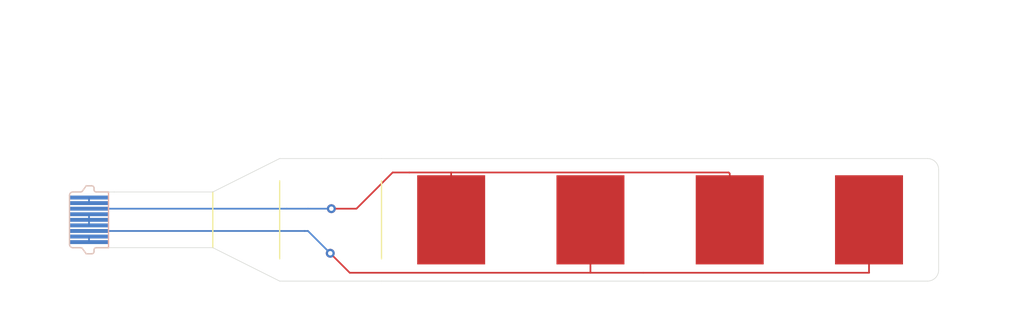
<source format=kicad_pcb>
(kicad_pcb (version 20171130) (host pcbnew "(5.1.5-0-10_14)")

  (general
    (thickness 0.1016)
    (drawings 41)
    (tracks 28)
    (zones 0)
    (modules 9)
    (nets 6)
  )

  (page A4)
  (layers
    (0 F.Cu signal)
    (31 B.Cu signal)
    (32 B.Adhes user)
    (33 F.Adhes user)
    (34 B.Paste user)
    (35 F.Paste user)
    (36 B.SilkS user)
    (37 F.SilkS user)
    (38 B.Mask user)
    (39 F.Mask user)
    (40 Dwgs.User user)
    (41 Cmts.User user)
    (42 Eco1.User user)
    (43 Eco2.User user)
    (44 Edge.Cuts user)
    (45 Margin user)
    (46 B.CrtYd user)
    (47 F.CrtYd user)
    (48 B.Fab user)
    (49 F.Fab user hide)
  )

  (setup
    (last_trace_width 0.1524)
    (trace_clearance 0.1524)
    (zone_clearance 0.508)
    (zone_45_only no)
    (trace_min 0.1524)
    (via_size 0.8)
    (via_drill 0.4)
    (via_min_size 0.4)
    (via_min_drill 0.3)
    (uvia_size 0.3)
    (uvia_drill 0.1)
    (uvias_allowed no)
    (uvia_min_size 0.2)
    (uvia_min_drill 0.1)
    (edge_width 0.05)
    (segment_width 0.2)
    (pcb_text_width 0.3)
    (pcb_text_size 1.5 1.5)
    (mod_edge_width 0.12)
    (mod_text_size 1 1)
    (mod_text_width 0.15)
    (pad_size 1.524 1.524)
    (pad_drill 0.762)
    (pad_to_mask_clearance 0.051)
    (solder_mask_min_width 0.25)
    (aux_axis_origin 0 0)
    (visible_elements FFFFFF7F)
    (pcbplotparams
      (layerselection 0x010f0_ffffffff)
      (usegerberextensions false)
      (usegerberattributes false)
      (usegerberadvancedattributes false)
      (creategerberjobfile false)
      (excludeedgelayer true)
      (linewidth 0.100000)
      (plotframeref false)
      (viasonmask false)
      (mode 1)
      (useauxorigin false)
      (hpglpennumber 1)
      (hpglpenspeed 20)
      (hpglpendiameter 15.000000)
      (psnegative false)
      (psa4output false)
      (plotreference true)
      (plotvalue true)
      (plotinvisibletext false)
      (padsonsilk false)
      (subtractmaskfromsilk false)
      (outputformat 1)
      (mirror false)
      (drillshape 0)
      (scaleselection 1)
      (outputdirectory "Gerbers/"))
  )

  (net 0 "")
  (net 1 /EXCB)
  (net 2 /EXCA)
  (net 3 "Net-(J1-Pad1)")
  (net 4 "Net-(J1-Pad4)")
  (net 5 "Net-(J1-Pad8)")

  (net_class Default "This is the default net class."
    (clearance 0.1524)
    (trace_width 0.1524)
    (via_dia 0.8)
    (via_drill 0.4)
    (uvia_dia 0.3)
    (uvia_drill 0.1)
    (add_net /EXCA)
    (add_net /EXCB)
    (add_net "Net-(J1-Pad1)")
    (add_net "Net-(J1-Pad4)")
    (add_net "Net-(J1-Pad8)")
  )

  (module MountingHole:MountingHole_2.1mm (layer F.Cu) (tedit 5B924765) (tstamp 5F3F9D90)
    (at 109.06 64.5)
    (descr "Mounting Hole 2.1mm, no annular")
    (tags "mounting hole 2.1mm no annular")
    (path /5F3CE2CD)
    (attr virtual)
    (fp_text reference H1 (at 0 -3.2) (layer F.SilkS) hide
      (effects (font (size 1 1) (thickness 0.15)))
    )
    (fp_text value MountingHole (at 0 3.2) (layer F.Fab)
      (effects (font (size 1 1) (thickness 0.15)))
    )
    (fp_text user %R (at 0.3 0) (layer F.Fab)
      (effects (font (size 1 1) (thickness 0.15)))
    )
    (fp_circle (center 0 0) (end 2.1 0) (layer Cmts.User) (width 0.15))
    (fp_circle (center 0 0) (end 2.35 0) (layer F.CrtYd) (width 0.05))
    (pad "" np_thru_hole circle (at 0 0) (size 2.1 2.1) (drill 2.1) (layers *.Cu *.Mask))
  )

  (module Molex_FPC:Molex_5051100992_edge (layer B.Cu) (tedit 5F3DFBAF) (tstamp 5F3F99D5)
    (at 91.5 67.5 270)
    (path /5F67C21C)
    (fp_text reference J1 (at 0 -0.75 270) (layer B.SilkS) hide
      (effects (font (size 1 1) (thickness 0.15)) (justify mirror))
    )
    (fp_text value Conn_01x09 (at -0.26 8.89 270) (layer B.Fab)
      (effects (font (size 1 1) (thickness 0.15)) (justify mirror))
    )
    (fp_line (start -2.2 3.5) (end 2.2 3.5) (layer B.SilkS) (width 0.12))
    (fp_line (start -2.5 3.2) (end -2.5 2.5) (layer B.SilkS) (width 0.12))
    (fp_line (start 2.5 3.2) (end 2.5 2.5) (layer B.SilkS) (width 0.12))
    (fp_line (start -2.558579 2.358579) (end -3.05 2) (layer B.SilkS) (width 0.12))
    (fp_line (start 2.558579 2.358579) (end 3.05 2) (layer B.SilkS) (width 0.12))
    (fp_line (start -3.05 2) (end -3.05 1.5) (layer B.SilkS) (width 0.12))
    (fp_line (start 3.05 2) (end 3.05 1.5) (layer B.SilkS) (width 0.12))
    (fp_line (start -2.85 1.3) (end -2.7 1.3) (layer B.SilkS) (width 0.12))
    (fp_line (start 2.85 1.3) (end 2.7 1.3) (layer B.SilkS) (width 0.12))
    (fp_line (start -2.5 1.1) (end -2.5 0) (layer B.SilkS) (width 0.12))
    (fp_line (start -2.5 0) (end 2.5 0) (layer B.SilkS) (width 0.12))
    (fp_line (start 2.5 0) (end 2.5 1.1) (layer B.SilkS) (width 0.12))
    (fp_arc (start -2.85 1.5) (end -3.05 1.5) (angle 90) (layer B.SilkS) (width 0.12))
    (fp_arc (start -2.7 1.1) (end -2.5 1.1) (angle 90) (layer B.SilkS) (width 0.12))
    (fp_arc (start 2.7 1.1) (end 2.7 1.3) (angle 90) (layer B.SilkS) (width 0.12))
    (fp_arc (start 2.85 1.5) (end 2.85 1.3) (angle 90) (layer B.SilkS) (width 0.12))
    (fp_arc (start 2.7 2.5) (end 2.5 2.5) (angle 45) (layer B.SilkS) (width 0.12))
    (fp_arc (start -2.7 2.5) (end -2.5 2.5) (angle -45) (layer B.SilkS) (width 0.12))
    (fp_arc (start -2.2 3.2) (end -2.2 3.5) (angle 90) (layer B.SilkS) (width 0.12))
    (fp_arc (start 2.2 3.2) (end 2.5 3.2) (angle 90) (layer B.SilkS) (width 0.12))
    (pad 1 connect rect (at -2 1.75 270) (size 0.35 3.5) (layers B.Cu B.Mask)
      (net 3 "Net-(J1-Pad1)"))
    (pad 2 connect rect (at -1.5 1.75 270) (size 0.35 3.5) (layers B.Cu B.Mask)
      (net 3 "Net-(J1-Pad1)"))
    (pad 3 connect rect (at -1 1.75 270) (size 0.35 3.5) (layers B.Cu B.Mask)
      (net 2 /EXCA))
    (pad 4 connect rect (at -0.5 1.75 270) (size 0.35 3.5) (layers B.Cu B.Mask)
      (net 4 "Net-(J1-Pad4)"))
    (pad 5 connect rect (at 0 1.75 270) (size 0.35 3.5) (layers B.Cu B.Mask)
      (net 4 "Net-(J1-Pad4)"))
    (pad 6 connect rect (at 0.5 1.75 270) (size 0.35 3.5) (layers B.Cu B.Mask)
      (net 4 "Net-(J1-Pad4)"))
    (pad 7 connect rect (at 1 1.75 270) (size 0.35 3.5) (layers B.Cu B.Mask)
      (net 1 /EXCB))
    (pad 8 connect rect (at 1.5 1.75 270) (size 0.35 3.5) (layers B.Cu B.Mask)
      (net 5 "Net-(J1-Pad8)"))
    (pad 9 connect rect (at 2 1.75 270) (size 0.35 3.5) (layers B.Cu B.Mask)
      (net 5 "Net-(J1-Pad8)"))
  )

  (module Pixels:Drive_6.1_8 (layer F.Cu) (tedit 5F3F36E1) (tstamp 5F3F92B9)
    (at 122.25 67.5)
    (path /5F3C4D0D)
    (fp_text reference P1 (at 0 3.8) (layer F.SilkS) hide
      (effects (font (size 1 1) (thickness 0.15)))
    )
    (fp_text value TestPoint_Flag (at 0 -3.7) (layer F.Fab)
      (effects (font (size 1 1) (thickness 0.15)))
    )
    (pad 1 smd rect (at 0 0) (size 6.1 8) (layers F.Cu)
      (net 2 /EXCA))
  )

  (module Pixels:Drive_6.1_8 (layer F.Cu) (tedit 5F3F36E1) (tstamp 5F3F92A0)
    (at 134.75 67.5)
    (path /5F3C5223)
    (fp_text reference P2 (at 0 3.8) (layer F.SilkS) hide
      (effects (font (size 1 1) (thickness 0.15)))
    )
    (fp_text value TestPoint_Flag (at 0 -3.7) (layer F.Fab)
      (effects (font (size 1 1) (thickness 0.15)))
    )
    (pad 1 smd rect (at 0 0) (size 6.1 8) (layers F.Cu)
      (net 1 /EXCB))
  )

  (module Pixels:Drive_6.1_8 (layer F.Cu) (tedit 5F3F36E1) (tstamp 5F3F9189)
    (at 147.25 67.5)
    (path /5F3C55C5)
    (fp_text reference P3 (at 0 3.8) (layer F.SilkS) hide
      (effects (font (size 1 1) (thickness 0.15)))
    )
    (fp_text value TestPoint_Flag (at 0 -3.7) (layer F.Fab)
      (effects (font (size 1 1) (thickness 0.15)))
    )
    (pad 1 smd rect (at 0 0) (size 6.1 8) (layers F.Cu)
      (net 2 /EXCA))
  )

  (module Pixels:Drive_6.1_8 (layer F.Cu) (tedit 5F3F36E1) (tstamp 5F3F947D)
    (at 159.75 67.5)
    (path /5F3C5CCA)
    (fp_text reference P4 (at 0 3.8) (layer F.SilkS) hide
      (effects (font (size 1 1) (thickness 0.15)))
    )
    (fp_text value TestPoint_Flag (at 0 -3.7) (layer F.Fab)
      (effects (font (size 1 1) (thickness 0.15)))
    )
    (pad 1 smd rect (at 0 0) (size 6.1 8) (layers F.Cu)
      (net 1 /EXCB))
  )

  (module MountingHole:MountingHole_2.1mm (layer F.Cu) (tedit 5B924765) (tstamp 5F3F9DDB)
    (at 109.06 70.5)
    (descr "Mounting Hole 2.1mm, no annular")
    (tags "mounting hole 2.1mm no annular")
    (path /5F433C25)
    (attr virtual)
    (fp_text reference H2 (at 0 -3.2) (layer F.SilkS) hide
      (effects (font (size 1 1) (thickness 0.15)))
    )
    (fp_text value MountingHole (at 0 3.2) (layer F.Fab)
      (effects (font (size 1 1) (thickness 0.15)))
    )
    (fp_text user %R (at 0.3 0) (layer F.Fab)
      (effects (font (size 1 1) (thickness 0.15)))
    )
    (fp_circle (center 0 0) (end 2.1 0) (layer Cmts.User) (width 0.15))
    (fp_circle (center 0 0) (end 2.35 0) (layer F.CrtYd) (width 0.05))
    (pad "" np_thru_hole circle (at 0 0) (size 2.1 2.1) (drill 2.1) (layers *.Cu *.Mask))
  )

  (module MountingHole:MountingHole_2.1mm (layer F.Cu) (tedit 5B924765) (tstamp 5F3F9E9B)
    (at 113.8 64.5)
    (descr "Mounting Hole 2.1mm, no annular")
    (tags "mounting hole 2.1mm no annular")
    (path /5F433E8F)
    (attr virtual)
    (fp_text reference H3 (at 0 -3.2) (layer F.SilkS) hide
      (effects (font (size 1 1) (thickness 0.15)))
    )
    (fp_text value MountingHole (at 0 3.2) (layer F.Fab)
      (effects (font (size 1 1) (thickness 0.15)))
    )
    (fp_circle (center 0 0) (end 2.35 0) (layer F.CrtYd) (width 0.05))
    (fp_circle (center 0 0) (end 2.1 0) (layer Cmts.User) (width 0.15))
    (fp_text user %R (at 0.3 0) (layer F.Fab)
      (effects (font (size 1 1) (thickness 0.15)))
    )
    (pad "" np_thru_hole circle (at 0 0) (size 2.1 2.1) (drill 2.1) (layers *.Cu *.Mask))
  )

  (module MountingHole:MountingHole_2.1mm (layer F.Cu) (tedit 5B924765) (tstamp 5F3F9DEB)
    (at 113.8 70.5)
    (descr "Mounting Hole 2.1mm, no annular")
    (tags "mounting hole 2.1mm no annular")
    (path /5F4344D3)
    (attr virtual)
    (fp_text reference H4 (at 0 -3.2) (layer F.SilkS) hide
      (effects (font (size 1 1) (thickness 0.15)))
    )
    (fp_text value MountingHole (at 0 3.2) (layer F.Fab)
      (effects (font (size 1 1) (thickness 0.15)))
    )
    (fp_text user %R (at 0.3 0) (layer F.Fab)
      (effects (font (size 1 1) (thickness 0.15)))
    )
    (fp_circle (center 0 0) (end 2.1 0) (layer Cmts.User) (width 0.15))
    (fp_circle (center 0 0) (end 2.35 0) (layer F.CrtYd) (width 0.05))
    (pad "" np_thru_hole circle (at 0 0) (size 2.1 2.1) (drill 2.1) (layers *.Cu *.Mask))
  )

  (gr_line (start 116 62) (end 106.86 62) (layer Edge.Cuts) (width 0.05))
  (gr_line (start 100.86 70) (end 92 70) (layer Edge.Cuts) (width 0.05) (tstamp 5F3F9C24))
  (gr_line (start 100.86 65) (end 92 65) (layer Edge.Cuts) (width 0.05) (tstamp 5F3F9C10))
  (dimension 4 (width 0.15) (layer Dwgs.User)
    (gr_text "4.000 mm" (at 89.86 77.49) (layer Dwgs.User)
      (effects (font (size 1 1) (thickness 0.15)))
    )
    (feature1 (pts (xy 87.86 70.02) (xy 87.86 76.776421)))
    (feature2 (pts (xy 91.86 70.02) (xy 91.86 76.776421)))
    (crossbar (pts (xy 91.86 76.19) (xy 87.86 76.19)))
    (arrow1a (pts (xy 87.86 76.19) (xy 88.986504 75.603579)))
    (arrow1b (pts (xy 87.86 76.19) (xy 88.986504 76.776421)))
    (arrow2a (pts (xy 91.86 76.19) (xy 90.733496 75.603579)))
    (arrow2b (pts (xy 91.86 76.19) (xy 90.733496 76.776421)))
  )
  (gr_line (start 91.5 70) (end 92 70) (layer Edge.Cuts) (width 0.05) (tstamp 5F3F9A16))
  (dimension 8 (width 0.12) (layer Dwgs.User) (tstamp 5F3F94CE)
    (gr_text "8.000 mm" (at 96.86 54.730001) (layer Dwgs.User) (tstamp 5F3F94CE)
      (effects (font (size 1 1) (thickness 0.15)))
    )
    (feature1 (pts (xy 92.86 65) (xy 92.86 55.41358)))
    (feature2 (pts (xy 100.86 65) (xy 100.86 55.41358)))
    (crossbar (pts (xy 100.86 56.000001) (xy 92.86 56.000001)))
    (arrow1a (pts (xy 92.86 56.000001) (xy 93.986504 55.41358)))
    (arrow1b (pts (xy 92.86 56.000001) (xy 93.986504 56.586422)))
    (arrow2a (pts (xy 100.86 56.000001) (xy 99.733496 55.41358)))
    (arrow2b (pts (xy 100.86 56.000001) (xy 99.733496 56.586422)))
  )
  (dimension 6 (width 0.12) (layer Dwgs.User)
    (gr_text "6.000 mm" (at 103.86 48.5) (layer Dwgs.User)
      (effects (font (size 1 1) (thickness 0.15)))
    )
    (feature1 (pts (xy 100.86 62) (xy 100.86 49.183579)))
    (feature2 (pts (xy 106.86 62) (xy 106.86 49.183579)))
    (crossbar (pts (xy 106.86 49.77) (xy 100.86 49.77)))
    (arrow1a (pts (xy 100.86 49.77) (xy 101.986504 49.183579)))
    (arrow1b (pts (xy 100.86 49.77) (xy 101.986504 50.356421)))
    (arrow2a (pts (xy 106.86 49.77) (xy 105.733496 49.183579)))
    (arrow2b (pts (xy 106.86 49.77) (xy 105.733496 50.356421)))
  )
  (gr_line (start 100.86 65) (end 100.86 70) (layer F.SilkS) (width 0.12) (tstamp 5F3F94C2))
  (gr_line (start 106.86 73) (end 100.86 70) (layer Edge.Cuts) (width 0.05) (tstamp 5F3F94BE))
  (gr_line (start 106.86 62) (end 100.86 65) (layer Edge.Cuts) (width 0.05) (tstamp 5F3F9C0C))
  (dimension 9.14 (width 0.12) (layer Dwgs.User)
    (gr_text "9.140 mm" (at 111.43 51.73) (layer Dwgs.User)
      (effects (font (size 1 1) (thickness 0.15)))
    )
    (feature1 (pts (xy 106.86 62) (xy 106.86 52.413579)))
    (feature2 (pts (xy 116 62) (xy 116 52.413579)))
    (crossbar (pts (xy 116 53) (xy 106.86 53)))
    (arrow1a (pts (xy 106.86 53) (xy 107.986504 52.413579)))
    (arrow1b (pts (xy 106.86 53) (xy 107.986504 53.586421)))
    (arrow2a (pts (xy 116 53) (xy 114.873496 52.413579)))
    (arrow2b (pts (xy 116 53) (xy 114.873496 53.586421)))
  )
  (gr_line (start 106.86 64) (end 106.86 71) (layer F.SilkS) (width 0.12) (tstamp 5F3F9350))
  (gr_line (start 116 73) (end 106.86 73) (layer Edge.Cuts) (width 0.05) (tstamp 5F3F9338))
  (dimension 11 (width 0.12) (layer Dwgs.User) (tstamp 5F3F9EFD)
    (gr_text "11.000 mm" (at 172.27 67.5 270) (layer Dwgs.User) (tstamp 5F3F9EFD)
      (effects (font (size 1 1) (thickness 0.15)))
    )
    (feature1 (pts (xy 166 73) (xy 171.586421 73)))
    (feature2 (pts (xy 166 62) (xy 171.586421 62)))
    (crossbar (pts (xy 171 62) (xy 171 73)))
    (arrow1a (pts (xy 171 73) (xy 170.413579 71.873496)))
    (arrow1b (pts (xy 171 73) (xy 171.586421 71.873496)))
    (arrow2a (pts (xy 171 62) (xy 170.413579 63.126504)))
    (arrow2b (pts (xy 171 62) (xy 171.586421 63.126504)))
  )
  (dimension 50 (width 0.12) (layer Dwgs.User)
    (gr_text "50.000 mm" (at 141 51.73) (layer Dwgs.User)
      (effects (font (size 1 1) (thickness 0.15)))
    )
    (feature1 (pts (xy 166 62) (xy 166 52.413579)))
    (feature2 (pts (xy 116 62) (xy 116 52.413579)))
    (crossbar (pts (xy 116 53) (xy 166 53)))
    (arrow1a (pts (xy 166 53) (xy 164.873496 53.586421)))
    (arrow1b (pts (xy 166 53) (xy 164.873496 52.413579)))
    (arrow2a (pts (xy 116 53) (xy 117.126504 53.586421)))
    (arrow2b (pts (xy 116 53) (xy 117.126504 52.413579)))
  )
  (gr_line (start 91.5 65) (end 92 65) (layer Edge.Cuts) (width 0.05) (tstamp 5F3F99B3))
  (gr_line (start 88 69.698444) (end 88 65.3) (layer Edge.Cuts) (width 0.05) (tstamp 5F3F99B0))
  (gr_arc (start 90.4 64.8) (end 90.2 64.8) (angle -90) (layer Edge.Cuts) (width 0.05) (tstamp 5F3F99AD))
  (gr_arc (start 90 64.65) (end 90.2 64.65) (angle -90) (layer Edge.Cuts) (width 0.05) (tstamp 5F3F99AA))
  (gr_arc (start 89 64.8) (end 89 65) (angle -54.46228891) (layer Edge.Cuts) (width 0.05) (tstamp 5F3F99A7))
  (gr_arc (start 90.4 70.2) (end 90.4 70) (angle -82.87498365) (layer Edge.Cuts) (width 0.05) (tstamp 5F3F99A4))
  (gr_arc (start 90 70.35) (end 90 70.55) (angle -90) (layer Edge.Cuts) (width 0.05) (tstamp 5F3F99A1))
  (gr_arc (start 89 70.2) (end 89.175 70.1) (angle -60.2551187) (layer Edge.Cuts) (width 0.05) (tstamp 5F3F999E))
  (gr_arc (start 88.3 69.698444) (end 88 69.698444) (angle -90) (layer Edge.Cuts) (width 0.05) (tstamp 5F3F999B))
  (gr_arc (start 88.3 65.3) (end 88.3 65) (angle -90) (layer Edge.Cuts) (width 0.05) (tstamp 5F3F9998))
  (gr_line (start 88.3 65) (end 89 65) (layer Edge.Cuts) (width 0.05) (tstamp 5F3F9995))
  (gr_line (start 89.5 64.45) (end 89.162747 64.916248) (layer Edge.Cuts) (width 0.05) (tstamp 5F3F9992))
  (gr_line (start 90 64.45) (end 89.5 64.45) (layer Edge.Cuts) (width 0.05) (tstamp 5F3F998F))
  (gr_line (start 90.2 64.8) (end 90.2 64.65) (layer Edge.Cuts) (width 0.05) (tstamp 5F3F998C))
  (gr_line (start 91.5 65) (end 90.4 65) (layer Edge.Cuts) (width 0.05) (tstamp 5F3F9989))
  (gr_line (start 90.4 70) (end 91.5 70) (layer Edge.Cuts) (width 0.05) (tstamp 5F3F9986))
  (gr_line (start 90.2 70.35) (end 90.201544 70.175193) (layer Edge.Cuts) (width 0.05) (tstamp 5F3F9983))
  (gr_line (start 89.5 70.55) (end 90 70.55) (layer Edge.Cuts) (width 0.05) (tstamp 5F3F9980))
  (gr_line (start 89.5 70.55) (end 89.175 70.1) (layer Edge.Cuts) (width 0.05) (tstamp 5F3F997D))
  (gr_line (start 88.3 69.998444) (end 89 69.998444) (layer Edge.Cuts) (width 0.05) (tstamp 5F3F997A))
  (gr_line (start 116 64) (end 116 71) (layer F.SilkS) (width 0.12) (tstamp 5F3F90D2))
  (gr_arc (start 165 72) (end 165 73) (angle -90) (layer Edge.Cuts) (width 0.05) (tstamp 5F3F90CF))
  (gr_arc (start 165 63) (end 166 63) (angle -90) (layer Edge.Cuts) (width 0.05) (tstamp 5F3F90CC))
  (gr_line (start 165 62) (end 116 62) (layer Edge.Cuts) (width 0.05) (tstamp 5F3F90C9))
  (gr_line (start 166 72) (end 166 63) (layer Edge.Cuts) (width 0.05) (tstamp 5F3F90C6))
  (gr_line (start 116 73) (end 165 73) (layer Edge.Cuts) (width 0.05) (tstamp 5F3F90C3))

  (segment (start 109.4 68.5) (end 111.4 70.5) (width 0.1524) (layer B.Cu) (net 1))
  (segment (start 109.1 68.5) (end 109.4 68.5) (width 0.1524) (layer B.Cu) (net 1))
  (segment (start 89.75 68.5) (end 109.1 68.5) (width 0.1524) (layer B.Cu) (net 1))
  (via (at 111.4 70.5) (size 0.8) (drill 0.4) (layers F.Cu B.Cu) (net 1))
  (segment (start 113.15 72.25) (end 111.4 70.5) (width 0.1524) (layer F.Cu) (net 1))
  (segment (start 134.75 67.5) (end 134.75 72.25) (width 0.1524) (layer F.Cu) (net 1))
  (segment (start 134.75 72.25) (end 113.15 72.25) (width 0.1524) (layer F.Cu) (net 1))
  (segment (start 134.75 72.25) (end 139.5 72.25) (width 0.1524) (layer F.Cu) (net 1))
  (segment (start 159.75 72.25) (end 159.75 67.5) (width 0.1524) (layer F.Cu) (net 1))
  (segment (start 139.5 72.25) (end 159.75 72.25) (width 0.1524) (layer F.Cu) (net 1))
  (segment (start 147.25 64) (end 147.25 67.5) (width 0.1524) (layer F.Cu) (net 2))
  (segment (start 107.5 66.5) (end 109.4 66.5) (width 0.1524) (layer B.Cu) (net 2))
  (segment (start 89.75 66.5) (end 107.5 66.5) (width 0.1524) (layer B.Cu) (net 2))
  (segment (start 122.25 63.25) (end 122.25 67.5) (width 0.1524) (layer F.Cu) (net 2))
  (segment (start 147.25 63.3476) (end 147.25 67.5) (width 0.1524) (layer F.Cu) (net 2))
  (segment (start 147.1524 63.25) (end 147.25 63.3476) (width 0.1524) (layer F.Cu) (net 2))
  (segment (start 122.25 63.25) (end 147.1524 63.25) (width 0.1524) (layer F.Cu) (net 2))
  (segment (start 111.25 66.5) (end 109.4 66.5) (width 0.1524) (layer B.Cu) (net 2))
  (via (at 111.5 66.5) (size 0.8) (drill 0.4) (layers F.Cu B.Cu) (net 2))
  (segment (start 111.25 66.5) (end 111.5 66.5) (width 0.1524) (layer B.Cu) (net 2))
  (segment (start 118.5 63.25) (end 122.25 63.25) (width 0.1524) (layer F.Cu) (net 2))
  (segment (start 117 63.25) (end 118.5 63.25) (width 0.1524) (layer F.Cu) (net 2))
  (segment (start 113.75 66.5) (end 117 63.25) (width 0.1524) (layer F.Cu) (net 2))
  (segment (start 111.5 66.5) (end 113.75 66.5) (width 0.1524) (layer F.Cu) (net 2))
  (segment (start 89.75 65.5) (end 89.75 66) (width 0.1524) (layer B.Cu) (net 3))
  (segment (start 89.75 67) (end 89.75 67.5) (width 0.1524) (layer B.Cu) (net 4))
  (segment (start 89.75 67.5) (end 89.75 68) (width 0.1524) (layer B.Cu) (net 4))
  (segment (start 89.75 69) (end 89.75 69.5) (width 0.1524) (layer B.Cu) (net 5))

)

</source>
